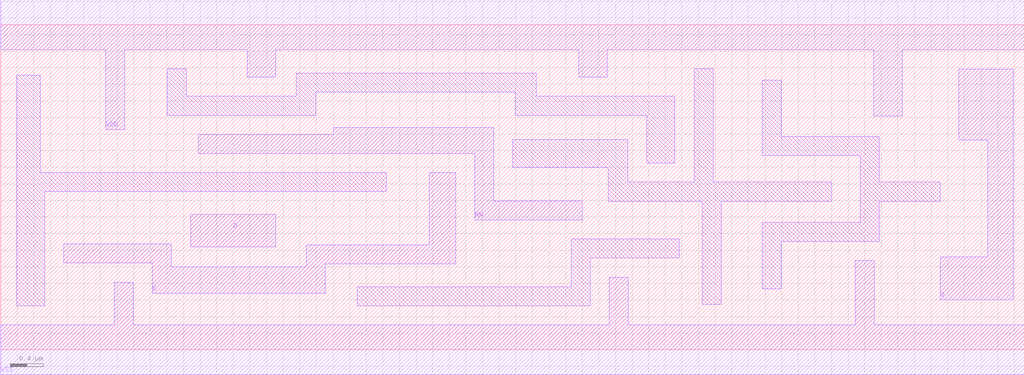
<source format=lef>
# Copyright 2022 GlobalFoundries PDK Authors
#
# Licensed under the Apache License, Version 2.0 (the "License");
# you may not use this file except in compliance with the License.
# You may obtain a copy of the License at
#
#      http://www.apache.org/licenses/LICENSE-2.0
#
# Unless required by applicable law or agreed to in writing, software
# distributed under the License is distributed on an "AS IS" BASIS,
# WITHOUT WARRANTIES OR CONDITIONS OF ANY KIND, either express or implied.
# See the License for the specific language governing permissions and
# limitations under the License.

MACRO gf180mcu_fd_sc_mcu7t5v0__latrnq_1
  CLASS core ;
  FOREIGN gf180mcu_fd_sc_mcu7t5v0__latrnq_1 0.0 0.0 ;
  ORIGIN 0 0 ;
  SYMMETRY X Y ;
  SITE GF018hv5v_mcu_sc7 ;
  SIZE 12.32 BY 3.92 ;
  PIN D
    DIRECTION INPUT ;
    ANTENNAGATEAREA 0.552 ;
    PORT
      LAYER Metal1 ;
        POLYGON 2.285 1.24 3.31 1.24 3.31 1.63 2.285 1.63  ;
    END
  END D
  PIN E
    DIRECTION INPUT ;
    USE clock ;
    ANTENNAGATEAREA 1.2935 ;
    PORT
      LAYER Metal1 ;
        POLYGON 0.76 1.045 1.825 1.045 1.825 0.68 3.905 0.68 3.905 1.035 5.475 1.035 5.475 2.135 5.16 2.135 5.16 1.265 3.675 1.265 3.675 1 2.055 1 2.055 1.275 0.76 1.275  ;
    END
  END E
  PIN RN
    DIRECTION INPUT ;
    ANTENNAGATEAREA 0.789 ;
    PORT
      LAYER Metal1 ;
        POLYGON 2.38 2.365 4.64 2.365 5.705 2.365 5.705 1.565 7 1.565 7 1.795 5.935 1.795 5.935 2.68 4.64 2.68 4 2.68 4 2.595 2.38 2.595  ;
    END
  END RN
  PIN Q
    DIRECTION OUTPUT ;
    ANTENNADIFFAREA 0.8976 ;
    PORT
      LAYER Metal1 ;
        POLYGON 11.53 2.53 11.88 2.53 11.88 1.12 11.31 1.12 11.31 0.6 12.19 0.6 12.19 3.38 11.53 3.38  ;
    END
  END Q
  PIN VDD
    DIRECTION INOUT ;
    USE power ;
    SHAPE ABUTMENT ;
    PORT
      LAYER Metal1 ;
        POLYGON 0 3.62 1.265 3.62 1.265 2.655 1.495 2.655 1.495 3.62 2.97 3.62 2.97 3.285 3.31 3.285 3.31 3.62 6.96 3.62 6.96 3.285 7.3 3.285 7.3 3.62 8.115 3.62 10.51 3.62 10.51 2.815 10.85 2.815 10.85 3.62 11.31 3.62 12.32 3.62 12.32 4.22 11.31 4.22 8.115 4.22 0 4.22  ;
    END
  END VDD
  PIN VSS
    DIRECTION INOUT ;
    USE ground ;
    SHAPE ABUTMENT ;
    PORT
      LAYER Metal1 ;
        POLYGON 0 -0.3 12.32 -0.3 12.32 0.3 10.515 0.3 10.515 1.075 10.285 1.075 10.285 0.3 7.555 0.3 7.555 0.875 7.325 0.875 7.325 0.3 1.595 0.3 1.595 0.815 1.365 0.815 1.365 0.3 0 0.3  ;
    END
  END VSS
  OBS
      LAYER Metal1 ;
        POLYGON 0.19 0.53 0.53 0.53 0.53 1.905 4.64 1.905 4.64 2.135 0.475 2.135 0.475 3.31 0.19 3.31  ;
        POLYGON 2.005 2.825 3.79 2.825 3.79 3.105 6.195 3.105 6.195 2.825 7.775 2.825 7.775 2.25 8.115 2.25 8.115 3.055 6.445 3.055 6.445 3.335 3.56 3.335 3.56 3.055 2.235 3.055 2.235 3.39 2.005 3.39  ;
        POLYGON 4.29 0.53 7.095 0.53 7.095 1.105 8.17 1.105 8.17 1.335 6.865 1.335 6.865 0.76 4.29 0.76  ;
        POLYGON 6.165 2.195 7.315 2.195 7.315 1.79 8.445 1.79 8.445 0.55 8.675 0.55 8.675 1.79 10.005 1.79 10.005 2.02 8.575 2.02 8.575 3.39 8.345 3.39 8.345 2.02 7.545 2.02 7.545 2.535 6.165 2.535  ;
        POLYGON 9.165 2.34 10.345 2.34 10.345 1.535 9.165 1.535 9.165 0.735 9.395 0.735 9.395 1.305 10.575 1.305 10.575 1.79 11.31 1.79 11.31 2.02 10.575 2.02 10.575 2.57 9.395 2.57 9.395 3.25 9.165 3.25  ;
  END
END gf180mcu_fd_sc_mcu7t5v0__latrnq_1

</source>
